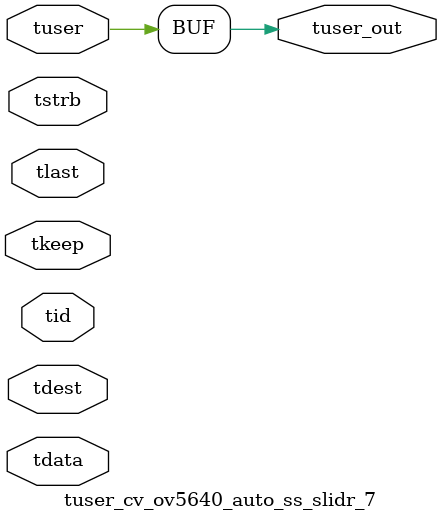
<source format=v>


`timescale 1ps/1ps

module tuser_cv_ov5640_auto_ss_slidr_7 #
(
parameter C_S_AXIS_TUSER_WIDTH = 1,
parameter C_S_AXIS_TDATA_WIDTH = 32,
parameter C_S_AXIS_TID_WIDTH   = 0,
parameter C_S_AXIS_TDEST_WIDTH = 0,
parameter C_M_AXIS_TUSER_WIDTH = 1
)
(
input  [(C_S_AXIS_TUSER_WIDTH == 0 ? 1 : C_S_AXIS_TUSER_WIDTH)-1:0     ] tuser,
input  [(C_S_AXIS_TDATA_WIDTH == 0 ? 1 : C_S_AXIS_TDATA_WIDTH)-1:0     ] tdata,
input  [(C_S_AXIS_TID_WIDTH   == 0 ? 1 : C_S_AXIS_TID_WIDTH)-1:0       ] tid,
input  [(C_S_AXIS_TDEST_WIDTH == 0 ? 1 : C_S_AXIS_TDEST_WIDTH)-1:0     ] tdest,
input  [(C_S_AXIS_TDATA_WIDTH/8)-1:0 ] tkeep,
input  [(C_S_AXIS_TDATA_WIDTH/8)-1:0 ] tstrb,
input                                                                    tlast,
output [C_M_AXIS_TUSER_WIDTH-1:0] tuser_out
);

assign tuser_out = {tuser[0:0]};

endmodule


</source>
